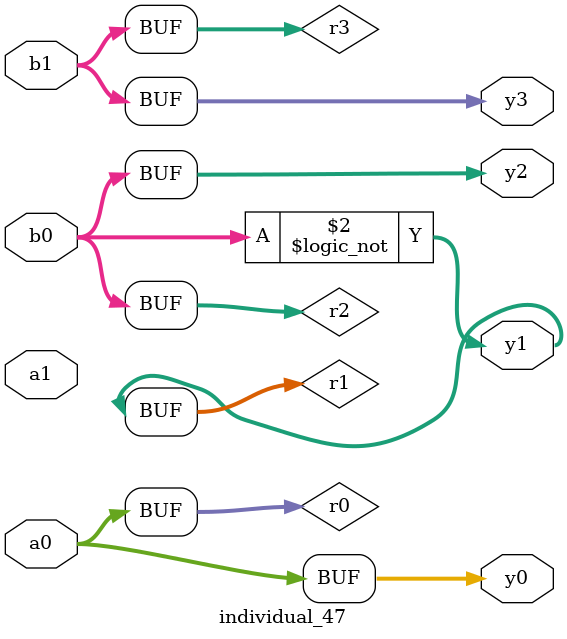
<source format=sv>
module individual_47(input logic [15:0] a1, input logic [15:0] a0, input logic [15:0] b1, input logic [15:0] b0, output logic [15:0] y3, output logic [15:0] y2, output logic [15:0] y1, output logic [15:0] y0);
logic [15:0] r0, r1, r2, r3; 
 always@(*) begin 
	 r0 = a0; r1 = a1; r2 = b0; r3 = b1; 
 	 r1 = ! b0 ;
 	 y3 = r3; y2 = r2; y1 = r1; y0 = r0; 
end
endmodule
</source>
